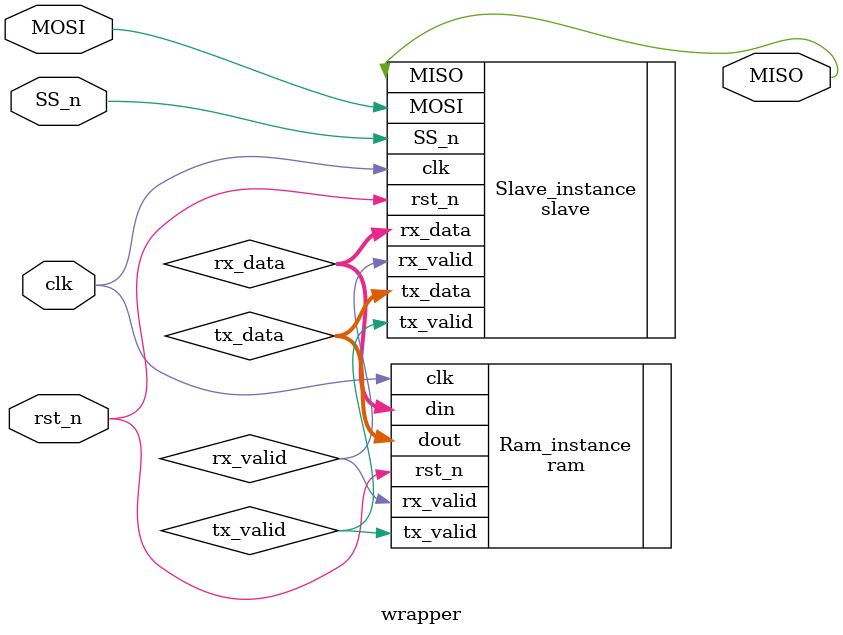
<source format=sv>
module wrapper  (
    input  logic       clk,
    input  logic       rst_n,
    input  logic       MOSI,
    input  logic       SS_n,
    output logic       MISO
);
    wire [9:0]  rx_data;
    wire        rx_valid, tx_valid;
    wire [7:0]  tx_data;

    slave Slave_instance (
        .clk(clk),
        .rst_n(rst_n),
        .tx_valid(tx_valid),
        .MOSI(MOSI),
        .SS_n(SS_n),
        .tx_data(tx_data),
        .rx_data(rx_data),
        .rx_valid(rx_valid),
        .MISO(MISO)
    );

    ram Ram_instance (
        .clk(clk),
        .rst_n(rst_n),
        .rx_valid(rx_valid),
        .din(rx_data),
        .dout(tx_data),
        .tx_valid(tx_valid)
    );
endmodule
</source>
